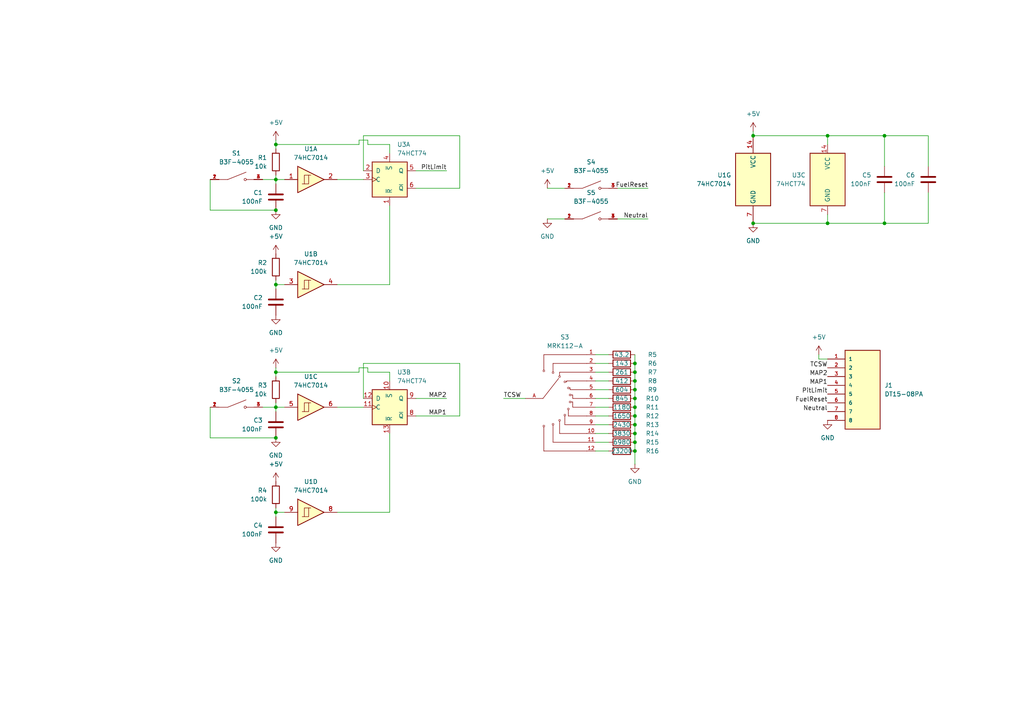
<source format=kicad_sch>
(kicad_sch (version 20250114) (generator "eeschema") (generator_version "9.0")
  (paper "A4")
  (title_block (title "Steering Wheel") (date "2026-02-02") (rev "1.0") (company "Owls Racing"))
  (lib_symbols
    (symbol "74xx:74HC7014"
      (property "Reference" "U" (at 0 1.27 0))
      (property "Value" "74HC7014" (at 0 -1.27 0))
      (symbol "74HC7014_1_1"
        (polyline (pts (xy -3.81 3.81) (xy -3.81 -3.81) (xy 3.81 0) (xy -3.81 3.81)) (stroke (width 0.254)) (fill (type background)))
        (polyline (pts (xy -2.54 -1.27) (xy -0.635 -1.27) (xy -0.635 1.27) (xy 0 1.27)))
        (polyline (pts (xy -1.905 -1.27) (xy -1.905 1.27) (xy -0.635 1.27)))
        (pin input line (at -7.62 0 0) (length 3.81) (name "~") (number "1"))
        (pin output line (at 7.62 0 180) (length 3.81) (name "~") (number "2"))
      )
      (symbol "74HC7014_2_1"
        (polyline (pts (xy -3.81 3.81) (xy -3.81 -3.81) (xy 3.81 0) (xy -3.81 3.81)) (stroke (width 0.254)) (fill (type background)))
        (polyline (pts (xy -2.54 -1.27) (xy -0.635 -1.27) (xy -0.635 1.27) (xy 0 1.27)))
        (polyline (pts (xy -1.905 -1.27) (xy -1.905 1.27) (xy -0.635 1.27)))
        (pin input line (at -7.62 0 0) (length 3.81) (name "~") (number "3"))
        (pin output line (at 7.62 0 180) (length 3.81) (name "~") (number "4"))
      )
      (symbol "74HC7014_3_1"
        (polyline (pts (xy -3.81 3.81) (xy -3.81 -3.81) (xy 3.81 0) (xy -3.81 3.81)) (stroke (width 0.254)) (fill (type background)))
        (polyline (pts (xy -2.54 -1.27) (xy -0.635 -1.27) (xy -0.635 1.27) (xy 0 1.27)))
        (polyline (pts (xy -1.905 -1.27) (xy -1.905 1.27) (xy -0.635 1.27)))
        (pin input line (at -7.62 0 0) (length 3.81) (name "~") (number "5"))
        (pin output line (at 7.62 0 180) (length 3.81) (name "~") (number "6"))
      )
      (symbol "74HC7014_4_1"
        (polyline (pts (xy -3.81 3.81) (xy -3.81 -3.81) (xy 3.81 0) (xy -3.81 3.81)) (stroke (width 0.254)) (fill (type background)))
        (polyline (pts (xy -2.54 -1.27) (xy -0.635 -1.27) (xy -0.635 1.27) (xy 0 1.27)))
        (polyline (pts (xy -1.905 -1.27) (xy -1.905 1.27) (xy -0.635 1.27)))
        (pin input line (at -7.62 0 0) (length 3.81) (name "~") (number "9"))
        (pin output line (at 7.62 0 180) (length 3.81) (name "~") (number "8"))
      )
      (symbol "74HC7014_5_1"
        (polyline (pts (xy -3.81 3.81) (xy -3.81 -3.81) (xy 3.81 0) (xy -3.81 3.81)) (stroke (width 0.254)) (fill (type background)))
        (polyline (pts (xy -2.54 -1.27) (xy -0.635 -1.27) (xy -0.635 1.27) (xy 0 1.27)))
        (polyline (pts (xy -1.905 -1.27) (xy -1.905 1.27) (xy -0.635 1.27)))
        (pin input line (at -7.62 0 0) (length 3.81) (name "~") (number "11"))
        (pin output line (at 7.62 0 180) (length 3.81) (name "~") (number "10"))
      )
      (symbol "74HC7014_6_1"
        (polyline (pts (xy -3.81 3.81) (xy -3.81 -3.81) (xy 3.81 0) (xy -3.81 3.81)) (stroke (width 0.254)) (fill (type background)))
        (polyline (pts (xy -2.54 -1.27) (xy -0.635 -1.27) (xy -0.635 1.27) (xy 0 1.27)))
        (polyline (pts (xy -1.905 -1.27) (xy -1.905 1.27) (xy -0.635 1.27)))
        (pin input line (at -7.62 0 0) (length 3.81) (name "~") (number "13"))
        (pin output line (at 7.62 0 180) (length 3.81) (name "~") (number "12"))
      )
      (symbol "74HC7014_7_1"
        (rectangle (start -5.08 7.62) (end 5.08 -7.62) (stroke (width 0.254)) (fill (type background)))
        (pin power_in line (at 0 12.7 270) (length 5.08) (name "VCC") (number "14"))
        (pin power_in line (at 0 -12.7 90) (length 5.08) (name "GND") (number "7"))
      )
    )
    (symbol "74xx:74HCT74" (pin_names (offset 1.016))
      (property "Reference" "U" (at -7.62 8.89 0))
      (property "Value" "74HCT74" (at -7.62 -8.89 0))
      (symbol "74HCT74_1_0"
        (pin input line (at -7.62 2.54 0) (length 2.54) (name "D") (number "2"))
        (pin input clock (at -7.62 0 0) (length 2.54) (name "C") (number "3"))
        (pin input line (at 0 7.62 270) (length 2.54) (name "~{S}") (number "4"))
        (pin input line (at 0 -7.62 90) (length 2.54) (name "~{R}") (number "1"))
        (pin output line (at 7.62 2.54 180) (length 2.54) (name "Q") (number "5"))
        (pin output line (at 7.62 -2.54 180) (length 2.54) (name "~{Q}") (number "6"))
      )
      (symbol "74HCT74_1_1"
        (rectangle (start -5.08 5.08) (end 5.08 -5.08) (stroke (width 0.254)) (fill (type background)))
      )
      (symbol "74HCT74_2_0"
        (pin input line (at -7.62 2.54 0) (length 2.54) (name "D") (number "12"))
        (pin input clock (at -7.62 0 0) (length 2.54) (name "C") (number "11"))
        (pin input line (at 0 7.62 270) (length 2.54) (name "~{S}") (number "10"))
        (pin input line (at 0 -7.62 90) (length 2.54) (name "~{R}") (number "13"))
        (pin output line (at 7.62 2.54 180) (length 2.54) (name "Q") (number "9"))
        (pin output line (at 7.62 -2.54 180) (length 2.54) (name "~{Q}") (number "8"))
      )
      (symbol "74HCT74_2_1"
        (rectangle (start -5.08 5.08) (end 5.08 -5.08) (stroke (width 0.254)) (fill (type background)))
      )
      (symbol "74HCT74_3_0"
        (pin power_in line (at 0 10.16 270) (length 2.54) (name "VCC") (number "14"))
        (pin power_in line (at 0 -10.16 90) (length 2.54) (name "GND") (number "7"))
      )
      (symbol "74HCT74_3_1"
        (rectangle (start -5.08 7.62) (end 5.08 -7.62) (stroke (width 0.254)) (fill (type background)))
      )
    )
    (symbol "B3F-4055:B3F-4055" (pin_names (offset 1.016))
      (property "Reference" "S" (at -2.54 2.54 0))
      (property "Value" "B3F-4055" (at -2.54 -2.54 0))
      (symbol "B3F-4055_0_0"
        (polyline (pts (xy -2.54 0) (xy -5.08 0)) (stroke (width 0.1524)))
        (polyline (pts (xy -2.54 0) (xy 2.794 2.1336)) (stroke (width 0.1524)))
        (circle (center 2.54 0) (radius 0.3302) (stroke (width 0.1524)))
        (polyline (pts (xy 5.08 0) (xy 2.921 0)) (stroke (width 0.1524)))
        (pin passive line (at -7.62 0 0) (length 2.54) (name "~") (number "1"))
        (pin passive line (at -7.62 0 0) (length 2.54) (name "~") (number "2"))
        (pin passive line (at 7.62 0 180) (length 2.54) (name "~") (number "3"))
        (pin passive line (at 7.62 0 180) (length 2.54) (name "~") (number "4"))
      )
    )
    (symbol "DT15-08PA:DT15-08PA" (pin_names (offset 1.016))
      (property "Reference" "J" (at -5.0843 12.7108 0))
      (property "Value" "DT15-08PA" (at -5.0812 -17.7843 0))
      (symbol "DT15-08PA_0_0"
        (rectangle (start -5.08 -12.7) (end 5.08 10.16) (stroke (width 0.254)) (fill (type background)))
        (pin passive line (at -10.16 7.62 0) (length 5.08) (name "1") (number "1"))
        (pin passive line (at -10.16 5.08 0) (length 5.08) (name "2") (number "2"))
        (pin passive line (at -10.16 2.54 0) (length 5.08) (name "3") (number "3"))
        (pin passive line (at -10.16 0 0) (length 5.08) (name "4") (number "4"))
        (pin passive line (at -10.16 -2.54 0) (length 5.08) (name "5") (number "5"))
        (pin passive line (at -10.16 -5.08 0) (length 5.08) (name "6") (number "6"))
        (pin passive line (at -10.16 -7.62 0) (length 5.08) (name "7") (number "7"))
        (pin passive line (at -10.16 -10.16 0) (length 5.08) (name "8") (number "8"))
      )
    )
    (symbol "Device:C" (pin_numbers (hide yes)) (pin_names (offset 0.254))
      (property "Reference" "C" (at 0.635 2.54 0))
      (property "Value" "C" (at 0.635 -2.54 0))
      (symbol "C_0_1"
        (polyline (pts (xy -2.032 0.762) (xy 2.032 0.762)) (stroke (width 0.508)))
        (polyline (pts (xy -2.032 -0.762) (xy 2.032 -0.762)) (stroke (width 0.508)))
      )
      (symbol "C_1_1"
        (pin passive line (at 0 3.81 270) (length 2.794) (name "~") (number "1"))
        (pin passive line (at 0 -3.81 90) (length 2.794) (name "~") (number "2"))
      )
    )
    (symbol "Device:R" (pin_numbers (hide yes)) (pin_names (offset 0))
      (property "Reference" "R" (at 2.032 0 90))
      (property "Value" "R" (at 0 0 90))
      (symbol "R_0_1"
        (rectangle (start -1.016 -2.54) (end 1.016 2.54) (stroke (width 0.254)))
      )
      (symbol "R_1_1"
        (pin passive line (at 0 3.81 270) (length 1.27) (name "~") (number "1"))
        (pin passive line (at 0 -3.81 90) (length 1.27) (name "~") (number "2"))
      )
    )
    (symbol "MRK112-A:MRK112-A" (pin_names (offset 1.016))
      (property "Reference" "S" (at -7.62 15.24 0))
      (property "Value" "MRK112-A" (at -7.62 -17.78 0))
      (symbol "MRK112-A_0_0"
        (polyline (pts (xy -5.08 0) (xy -0.508 5.842)) (stroke (width 0.1524)))
        (polyline (pts (xy -4.826 12.7) (xy -4.826 8.255)) (stroke (width 0.1524)))
        (circle (center -4.826 8.001) (radius 0.254) (stroke (width 0.127)))
        (circle (center -4.826 -8.001) (radius 0.254) (stroke (width 0.127)))
        (polyline (pts (xy -4.826 -15.24) (xy -4.826 -8.255)) (stroke (width 0.1524)))
        (polyline (pts (xy -2.159 10.16) (xy -2.159 7.747)) (stroke (width 0.1524)))
        (circle (center -2.159 7.493) (radius 0.254) (stroke (width 0.127)))
        (circle (center -2.159 -7.493) (radius 0.254) (stroke (width 0.127)))
        (polyline (pts (xy -2.159 -12.7) (xy -2.159 -7.747)) (stroke (width 0.1524)))
        (polyline (pts (xy -0.254 7.62) (xy -0.254 6.604)) (stroke (width 0.1524)))
        (circle (center -0.254 6.35) (radius 0.254) (stroke (width 0.127)))
        (circle (center -0.254 -6.35) (radius 0.254) (stroke (width 0.127)))
        (polyline (pts (xy -0.254 -10.16) (xy -0.254 -6.604)) (stroke (width 0.1524)))
        (circle (center 1.27 4.826) (radius 0.254) (stroke (width 0.127)))
        (circle (center 1.27 -4.826) (radius 0.254) (stroke (width 0.127)))
        (polyline (pts (xy 1.27 -7.62) (xy 1.27 -5.08)) (stroke (width 0.1524)))
        (polyline (pts (xy 1.778 5.08) (xy 1.778 4.826)) (stroke (width 0.1524)))
        (polyline (pts (xy 1.778 4.826) (xy 1.524 4.826)) (stroke (width 0.1524)))
        (circle (center 2.286 3.048) (radius 0.254) (stroke (width 0.127)))
        (circle (center 2.286 -3.048) (radius 0.254) (stroke (width 0.127)))
        (polyline (pts (xy 2.286 -5.08) (xy 2.286 -3.302)) (stroke (width 0.1524)))
        (polyline (pts (xy 2.794 3.048) (xy 2.54 3.048)) (stroke (width 0.1524)))
        (polyline (pts (xy 2.794 2.54) (xy 2.794 3.048)) (stroke (width 0.1524)))
        (circle (center 2.794 1.016) (radius 0.254) (stroke (width 0.127)))
        (circle (center 2.794 -1.016) (radius 0.254) (stroke (width 0.127)))
        (polyline (pts (xy 3.556 1.016) (xy 3.048 1.016)) (stroke (width 0.1524)))
        (polyline (pts (xy 3.556 0) (xy 3.556 1.016)) (stroke (width 0.1524)))
        (polyline (pts (xy 3.556 -1.016) (xy 3.048 -1.016)) (stroke (width 0.1524)))
        (polyline (pts (xy 3.556 -2.54) (xy 3.556 -1.016)) (stroke (width 0.1524)))
        (polyline (pts (xy 7.62 12.7) (xy -4.826 12.7)) (stroke (width 0.1524)))
        (polyline (pts (xy 7.62 10.16) (xy -2.159 10.16)) (stroke (width 0.1524)))
        (polyline (pts (xy 7.62 7.62) (xy -0.254 7.62)) (stroke (width 0.1524)))
        (polyline (pts (xy 7.62 5.08) (xy 1.778 5.08)) (stroke (width 0.1524)))
        (polyline (pts (xy 7.62 2.54) (xy 2.794 2.54)) (stroke (width 0.1524)))
        (polyline (pts (xy 7.62 0) (xy 3.556 0)) (stroke (width 0.1524)))
        (polyline (pts (xy 7.62 -2.54) (xy 3.556 -2.54)) (stroke (width 0.1524)))
        (polyline (pts (xy 7.62 -5.08) (xy 2.286 -5.08)) (stroke (width 0.1524)))
        (polyline (pts (xy 7.62 -7.62) (xy 1.27 -7.62)) (stroke (width 0.1524)))
        (polyline (pts (xy 7.62 -10.16) (xy -0.254 -10.16)) (stroke (width 0.1524)))
        (polyline (pts (xy 7.62 -12.7) (xy -2.159 -12.7)) (stroke (width 0.1524)))
        (polyline (pts (xy 7.62 -15.24) (xy -4.826 -15.24)) (stroke (width 0.1524)))
        (pin passive line (at -10.16 0 0) (length 5.08) (name "~") (number "A"))
        (pin passive line (at 10.16 12.7 180) (length 2.54) (name "~") (number "1"))
        (pin passive line (at 10.16 10.16 180) (length 2.54) (name "~") (number "2"))
        (pin passive line (at 10.16 7.62 180) (length 2.54) (name "~") (number "3"))
        (pin passive line (at 10.16 5.08 180) (length 2.54) (name "~") (number "4"))
        (pin passive line (at 10.16 2.54 180) (length 2.54) (name "~") (number "5"))
        (pin passive line (at 10.16 0 180) (length 2.54) (name "~") (number "6"))
        (pin passive line (at 10.16 -2.54 180) (length 2.54) (name "~") (number "7"))
        (pin passive line (at 10.16 -5.08 180) (length 2.54) (name "~") (number "8"))
        (pin passive line (at 10.16 -7.62 180) (length 2.54) (name "~") (number "9"))
        (pin passive line (at 10.16 -10.16 180) (length 2.54) (name "~") (number "10"))
        (pin passive line (at 10.16 -12.7 180) (length 2.54) (name "~") (number "11"))
        (pin passive line (at 10.16 -15.24 180) (length 2.54) (name "~") (number "12"))
      )
    )
    (symbol "Mechanical:MountingHole_Pad_MP" (pin_numbers (hide yes)) (pin_names (offset 1.016) (hide yes)) (in_bom no)
      (property "Reference" "H" (at 0 6.35 0))
      (property "Value" "MountingHole_Pad_MP" (at 0 4.445 0))
      (symbol "MountingHole_Pad_MP_0_1"
        (circle (center 0 1.27) (radius 1.27) (stroke (width 1.27)))
      )
      (symbol "MountingHole_Pad_MP_1_1"
        (pin input line (at 0 -2.54 90) (length 2.54) (name "MP") (number "MP"))
      )
    )
    (symbol "power:+5V" (power) (pin_numbers (hide yes)) (pin_names (offset 0) (hide yes))
      (property "Value" "+5V" (at 0 3.556 0))
      (symbol "+5V_0_1"
        (polyline (pts (xy -0.762 1.27) (xy 0 2.54)))
        (polyline (pts (xy 0 2.54) (xy 0.762 1.27)))
        (polyline (pts (xy 0 0) (xy 0 2.54)))
      )
      (symbol "+5V_1_1"
        (pin power_in line (at 0 0 90) (length 0) (name "~") (number "1"))
      )
    )
    (symbol "power:GND" (power) (pin_numbers (hide yes)) (pin_names (offset 0) (hide yes))
      (property "Value" "GND" (at 0 -3.81 0))
      (symbol "GND_0_1"
        (polyline (pts (xy 0 0) (xy 0 -1.27) (xy 1.27 -1.27) (xy 0 -2.54) (xy -1.27 -1.27) (xy 0 -1.27)))
      )
      (symbol "GND_1_1"
        (pin power_in line (at 0 0 270) (length 0) (name "~") (number "1"))
      )
    )
  )
  (junction (at 184.15 110.49))
  (junction (at 240.03 64.77))
  (junction (at 80.01 127))
  (junction (at 184.15 125.73))
  (junction (at 240.03 39.37))
  (junction (at 256.54 64.77))
  (junction (at 184.15 113.03))
  (junction (at 80.01 60.96))
  (junction (at 80.01 107.95))
  (junction (at 80.01 41.91))
  (junction (at 184.15 128.27))
  (junction (at 80.01 82.55))
  (junction (at 184.15 115.57))
  (junction (at 184.15 118.11))
  (junction (at 184.15 105.41))
  (junction (at 184.15 120.65))
  (junction (at 184.15 123.19))
  (junction (at 80.01 148.59))
  (junction (at 256.54 39.37))
  (junction (at 218.44 39.37))
  (junction (at 218.44 64.77))
  (junction (at 184.15 107.95))
  (junction (at 80.01 118.11))
  (junction (at 184.15 130.81))
  (junction (at 80.01 52.07))
  (wire (pts (xy 172.72 113.03) (xy 176.53 113.03)))
  (wire (pts (xy 184.15 120.65) (xy 184.15 123.19)))
  (wire (pts (xy 240.03 64.77) (xy 240.03 62.23)))
  (wire (pts (xy 105.41 105.41) (xy 105.41 115.57)))
  (wire (pts (xy 60.96 127) (xy 80.01 127)))
  (wire (pts (xy 184.15 115.57) (xy 184.15 118.11)))
  (wire (pts (xy 97.79 148.59) (xy 113.03 148.59)))
  (wire (pts (xy 172.72 123.19) (xy 176.53 123.19)))
  (wire (pts (xy 184.15 123.19) (xy 184.15 125.73)))
  (wire (pts (xy 76.2 52.07) (xy 80.01 52.07)))
  (wire (pts (xy 256.54 64.77) (xy 269.24 64.77)))
  (wire (pts (xy 184.15 107.95) (xy 184.15 110.49)))
  (wire (pts (xy 80.01 41.91) (xy 104.14 41.91)))
  (wire (pts (xy 187.96 63.5) (xy 179.07 63.5)))
  (wire (pts (xy 184.15 130.81) (xy 184.15 134.62)))
  (wire (pts (xy 172.72 118.11) (xy 176.53 118.11)))
  (wire (pts (xy 106.68 107.95) (xy 106.68 106.68)))
  (wire (pts (xy 80.01 82.55) (xy 82.55 82.55)))
  (wire (pts (xy 237.49 102.87) (xy 237.49 104.14)))
  (wire (pts (xy 80.01 81.28) (xy 80.01 82.55)))
  (wire (pts (xy 76.2 118.11) (xy 80.01 118.11)))
  (wire (pts (xy 97.79 82.55) (xy 113.03 82.55)))
  (wire (pts (xy 80.01 50.8) (xy 80.01 52.07)))
  (wire (pts (xy 172.72 107.95) (xy 176.53 107.95)))
  (wire (pts (xy 218.44 38.1) (xy 218.44 39.37)))
  (wire (pts (xy 240.03 39.37) (xy 256.54 39.37)))
  (wire (pts (xy 158.75 54.61) (xy 163.83 54.61)))
  (wire (pts (xy 106.68 106.68) (xy 104.14 106.68)))
  (wire (pts (xy 269.24 48.26) (xy 269.24 39.37)))
  (wire (pts (xy 184.15 128.27) (xy 184.15 130.81)))
  (wire (pts (xy 80.01 53.34) (xy 80.01 52.07)))
  (wire (pts (xy 80.01 107.95) (xy 104.14 107.95)))
  (wire (pts (xy 97.79 118.11) (xy 105.41 118.11)))
  (wire (pts (xy 120.65 120.65) (xy 133.35 120.65)))
  (wire (pts (xy 172.72 130.81) (xy 176.53 130.81)))
  (wire (pts (xy 172.72 128.27) (xy 176.53 128.27)))
  (wire (pts (xy 158.75 63.5) (xy 163.83 63.5)))
  (wire (pts (xy 80.01 116.84) (xy 80.01 118.11)))
  (wire (pts (xy 256.54 39.37) (xy 269.24 39.37)))
  (wire (pts (xy 256.54 55.88) (xy 256.54 64.77)))
  (wire (pts (xy 113.03 148.59) (xy 113.03 125.73)))
  (wire (pts (xy 80.01 43.18) (xy 80.01 41.91)))
  (wire (pts (xy 80.01 148.59) (xy 80.01 149.86)))
  (wire (pts (xy 184.15 105.41) (xy 184.15 107.95)))
  (wire (pts (xy 104.14 40.64) (xy 104.14 41.91)))
  (wire (pts (xy 80.01 82.55) (xy 80.01 83.82)))
  (wire (pts (xy 80.01 147.32) (xy 80.01 148.59)))
  (wire (pts (xy 113.03 110.49) (xy 113.03 107.95)))
  (wire (pts (xy 106.68 41.91) (xy 106.68 40.64)))
  (wire (pts (xy 184.15 102.87) (xy 184.15 105.41)))
  (wire (pts (xy 184.15 113.03) (xy 184.15 115.57)))
  (wire (pts (xy 80.01 107.95) (xy 80.01 106.68)))
  (wire (pts (xy 184.15 118.11) (xy 184.15 120.65)))
  (wire (pts (xy 240.03 64.77) (xy 256.54 64.77)))
  (wire (pts (xy 133.35 39.37) (xy 105.41 39.37)))
  (wire (pts (xy 256.54 48.26) (xy 256.54 39.37)))
  (wire (pts (xy 80.01 52.07) (xy 82.55 52.07)))
  (wire (pts (xy 129.54 49.53) (xy 120.65 49.53)))
  (wire (pts (xy 113.03 82.55) (xy 113.03 59.69)))
  (wire (pts (xy 269.24 55.88) (xy 269.24 64.77)))
  (wire (pts (xy 97.79 52.07) (xy 105.41 52.07)))
  (wire (pts (xy 60.96 118.11) (xy 60.96 127)))
  (wire (pts (xy 60.96 60.96) (xy 80.01 60.96)))
  (wire (pts (xy 184.15 110.49) (xy 184.15 113.03)))
  (wire (pts (xy 80.01 41.91) (xy 80.01 40.64)))
  (wire (pts (xy 146.05 115.57) (xy 152.4 115.57)))
  (wire (pts (xy 113.03 41.91) (xy 106.68 41.91)))
  (wire (pts (xy 133.35 105.41) (xy 105.41 105.41)))
  (wire (pts (xy 120.65 54.61) (xy 133.35 54.61)))
  (wire (pts (xy 80.01 119.38) (xy 80.01 118.11)))
  (wire (pts (xy 60.96 52.07) (xy 60.96 60.96)))
  (wire (pts (xy 218.44 64.77) (xy 240.03 64.77)))
  (wire (pts (xy 106.68 40.64) (xy 104.14 40.64)))
  (wire (pts (xy 129.54 115.57) (xy 120.65 115.57)))
  (wire (pts (xy 218.44 39.37) (xy 240.03 39.37)))
  (wire (pts (xy 80.01 148.59) (xy 82.55 148.59)))
  (wire (pts (xy 133.35 120.65) (xy 133.35 105.41)))
  (wire (pts (xy 172.72 120.65) (xy 176.53 120.65)))
  (wire (pts (xy 80.01 109.22) (xy 80.01 107.95)))
  (wire (pts (xy 172.72 125.73) (xy 176.53 125.73)))
  (wire (pts (xy 172.72 105.41) (xy 176.53 105.41)))
  (wire (pts (xy 187.96 54.61) (xy 179.07 54.61)))
  (wire (pts (xy 104.14 106.68) (xy 104.14 107.95)))
  (wire (pts (xy 113.03 107.95) (xy 106.68 107.95)))
  (wire (pts (xy 172.72 115.57) (xy 176.53 115.57)))
  (wire (pts (xy 105.41 39.37) (xy 105.41 49.53)))
  (wire (pts (xy 80.01 118.11) (xy 82.55 118.11)))
  (wire (pts (xy 184.15 125.73) (xy 184.15 128.27)))
  (wire (pts (xy 240.03 39.37) (xy 240.03 41.91)))
  (wire (pts (xy 172.72 102.87) (xy 176.53 102.87)))
  (wire (pts (xy 172.72 110.49) (xy 176.53 110.49)))
  (wire (pts (xy 113.03 44.45) (xy 113.03 41.91)))
  (wire (pts (xy 237.49 104.14) (xy 240.03 104.14)))
  (wire (pts (xy 133.35 54.61) (xy 133.35 39.37)))
  (label "FuelReset" (at 187.96 54.61 180))
  (label "TCSW" (at 240.03 106.68 180))
  (label "PitLimit" (at 240.03 114.3 180))
  (label "PitLimit" (at 129.54 49.53 180))
  (label "Neutral" (at 240.03 119.38 180))
  (label "TCSW" (at 146.05 115.57 0))
  (label "FuelReset" (at 240.03 116.84 180))
  (label "MAP1" (at 240.03 111.76 180))
  (label "MAP2" (at 129.54 115.57 180))
  (label "Neutral" (at 187.96 63.5 180))
  (label "MAP1" (at 129.54 120.65 180))
  (label "MAP2" (at 240.03 109.22 180))
  (symbol (lib_id "74xx:74HC7014") (at 90.17 82.55 0) (unit 2)
    (property "Reference" "U1" (at 90.17 73.66 0))
    (property "Value" "74HC7014" (at 90.17 76.2 0))
    (property "Footprint" "Package_DIP:DIP-14_W7.62mm" (effects (hide yes)))
    (property "Datasheet" "https://assets.nexperia.com/documents/data-sheet/74HC7014.pdf" (effects (hide yes)))
    (property "Description" "Hex non-inverting buffer with precision Schmitt Trigger inputs, SOIC-14" (effects (hide yes)))
    (property "Digikey Part Number" "296-12786-5-ND" (effects (hide yes)))
  )
  (symbol (lib_id "Device:R") (at 180.34 128.27 90) (unit 1)
    (property "Reference" "R15" (at 189.23 128.27 90))
    (property "Value" "6980" (at 180.34 128.27 90))
    (property "Footprint" "Resistor_THT:R_Axial_DIN0207_L6.3mm_D2.5mm_P10.16mm_Horizontal" (effects (hide yes)))
    (property "Description" "Resistor" (effects (hide yes)))
  )
  (symbol (lib_id "Mechanical:MountingHole_Pad_MP") (at 73.66 285.75 0) (unit 1) (in_bom no)
    (property "Reference" "H4" (at 76.2 283.2099 0) (effects (justify left)))
    (property "Value" "MountingHole_Pad_MP" (at 76.2 285.7499 0) (effects (justify left)))
    (property "Footprint" "MountingHole:MountingHole_3.2mm_M3_DIN965_Pad" (effects (hide yes)))
    (property "Description" "Mounting Hole with connection as pad named MP" (effects (hide yes)))
  )
  (symbol (lib_id "power:GND") (at 80.01 157.48 0) (unit 1)
    (property "Reference" "#PWR08" (effects (hide yes)))
    (property "Value" "GND" (at 80.01 162.56 0))
    (property "Description" "Power symbol creates a global label with name \"GND\" , ground" (effects (hide yes)))
  )
  (symbol (lib_id "Mechanical:MountingHole_Pad_MP") (at 73.66 234.95 0) (unit 1) (in_bom no)
    (property "Reference" "H1" (at 76.2 232.4099 0) (effects (justify left)))
    (property "Value" "MountingHole_Pad_MP" (at 76.2 234.9499 0) (effects (justify left)))
    (property "Footprint" "MountingHole:MountingHole_3.2mm_M3_DIN965_Pad" (effects (hide yes)))
    (property "Description" "Mounting Hole with connection as pad named MP" (effects (hide yes)))
  )
  (symbol (lib_id "74xx:74HC7014") (at 90.17 52.07 0) (unit 1)
    (property "Reference" "U1" (at 90.17 43.18 0))
    (property "Value" "74HC7014" (at 90.17 45.72 0))
    (property "Footprint" "Package_DIP:DIP-14_W7.62mm" (effects (hide yes)))
    (property "Datasheet" "https://assets.nexperia.com/documents/data-sheet/74HC7014.pdf" (effects (hide yes)))
    (property "Description" "Hex non-inverting buffer with precision Schmitt Trigger inputs, SOIC-14" (effects (hide yes)))
    (property "Digikey Part Number" "296-12786-5-ND" (effects (hide yes)))
  )
  (symbol (lib_id "Device:R") (at 180.34 130.81 90) (unit 1)
    (property "Reference" "R16" (at 189.23 130.81 90))
    (property "Value" "23200" (at 180.34 130.81 90))
    (property "Footprint" "Resistor_THT:R_Axial_DIN0207_L6.3mm_D2.5mm_P10.16mm_Horizontal" (effects (hide yes)))
    (property "Description" "Resistor" (effects (hide yes)))
  )
  (symbol (lib_id "Device:R") (at 180.34 110.49 90) (unit 1)
    (property "Reference" "R8" (at 189.23 110.49 90))
    (property "Value" "412" (at 180.34 110.49 90))
    (property "Footprint" "Resistor_THT:R_Axial_DIN0207_L6.3mm_D2.5mm_P10.16mm_Horizontal" (effects (hide yes)))
    (property "Description" "Resistor" (effects (hide yes)))
  )
  (symbol (lib_id "power:+5V") (at 80.01 73.66 0) (unit 1)
    (property "Reference" "#PWR03" (effects (hide yes)))
    (property "Value" "+5V" (at 80.01 68.58 0))
    (property "Description" "Power symbol creates a global label with name \"+5V\"" (effects (hide yes)))
  )
  (symbol (lib_id "Device:R") (at 180.34 125.73 90) (unit 1)
    (property "Reference" "R14" (at 189.23 125.73 90))
    (property "Value" "3830" (at 180.34 125.73 90))
    (property "Footprint" "Resistor_THT:R_Axial_DIN0207_L6.3mm_D2.5mm_P10.16mm_Horizontal" (effects (hide yes)))
    (property "Description" "Resistor" (effects (hide yes)))
  )
  (symbol (lib_id "Device:R") (at 80.01 143.51 0) (unit 1)
    (property "Reference" "R4" (at 77.47 142.2399 0) (effects (justify right)))
    (property "Value" "100k" (at 77.47 144.7799 0) (effects (justify right)))
    (property "Footprint" "Resistor_THT:R_Axial_DIN0207_L6.3mm_D2.5mm_P10.16mm_Horizontal" (effects (hide yes)))
    (property "Description" "Resistor" (effects (hide yes)))
  )
  (symbol (lib_id "power:+5V") (at 80.01 40.64 0) (unit 1)
    (property "Reference" "#PWR01" (effects (hide yes)))
    (property "Value" "+5V" (at 80.01 35.56 0))
    (property "Description" "Power symbol creates a global label with name \"+5V\"" (effects (hide yes)))
  )
  (symbol (lib_id "Mechanical:MountingHole_Pad_MP") (at 73.66 251.46 0) (unit 1) (in_bom no)
    (property "Reference" "H2" (at 76.2 248.9199 0) (effects (justify left)))
    (property "Value" "MountingHole_Pad_MP" (at 76.2 251.4599 0) (effects (justify left)))
    (property "Footprint" "MountingHole:MountingHole_3.2mm_M3_DIN965_Pad" (effects (hide yes)))
    (property "Description" "Mounting Hole with connection as pad named MP" (effects (hide yes)))
  )
  (symbol (lib_id "74xx:74HC7014") (at 129.54 246.38 0) (unit 5)
    (property "Reference" "U1" (at 129.54 237.49 0))
    (property "Value" "74HC7014" (at 129.54 240.03 0))
    (property "Footprint" "Package_DIP:DIP-14_W7.62mm" (effects (hide yes)))
    (property "Datasheet" "https://assets.nexperia.com/documents/data-sheet/74HC7014.pdf" (effects (hide yes)))
    (property "Description" "Hex non-inverting buffer with precision Schmitt Trigger inputs, SOIC-14" (effects (hide yes)))
    (property "Digikey Part Number" "296-12786-5-ND" (effects (hide yes)))
  )
  (symbol (lib_id "power:+5V") (at 80.01 139.7 0) (unit 1)
    (property "Reference" "#PWR07" (effects (hide yes)))
    (property "Value" "+5V" (at 80.01 134.62 0))
    (property "Description" "Power symbol creates a global label with name \"+5V\"" (effects (hide yes)))
  )
  (symbol (lib_id "Device:R") (at 180.34 123.19 90) (unit 1)
    (property "Reference" "R13" (at 189.23 123.19 90))
    (property "Value" "2430" (at 180.34 123.19 90))
    (property "Footprint" "Resistor_THT:R_Axial_DIN0207_L6.3mm_D2.5mm_P10.16mm_Horizontal" (effects (hide yes)))
    (property "Description" "Resistor" (effects (hide yes)))
  )
  (symbol (lib_id "B3F-4055:B3F-4055") (at 68.58 118.11 0) (unit 1)
    (property "Reference" "S2" (at 68.58 110.49 0))
    (property "Value" "B3F-4055" (at 68.58 113.03 0))
    (property "Footprint" "Button_Switch_THT:SW_B3F-4055" (effects (hide yes)))
    (property "PARTREV" "A070-E1-08" (effects (hide yes)))
    (property "STANDARD" "Manufacturer Recommendations" (effects (hide yes)))
    (property "MAXIMUM_PACKAGE_HEIGHT" "7.5 mm" (effects (hide yes)))
    (property "MANUFACTURER" "Omron Electronics" (effects (hide yes)))
    (property "Digikey Part Number" "SW414-ND" (effects (hide yes)))
  )
  (symbol (lib_id "74xx:74HC7014") (at 218.44 52.07 0) (mirror y) (unit 7)
    (property "Reference" "U1" (at 212.09 50.7999 0) (effects (justify left)))
    (property "Value" "74HC7014" (at 212.09 53.3399 0) (effects (justify left)))
    (property "Footprint" "Package_DIP:DIP-14_W7.62mm" (effects (hide yes)))
    (property "Datasheet" "https://assets.nexperia.com/documents/data-sheet/74HC7014.pdf" (effects (hide yes)))
    (property "Description" "Hex non-inverting buffer with precision Schmitt Trigger inputs, SOIC-14" (effects (hide yes)))
    (property "Digikey Part Number" "296-12786-5-ND" (effects (hide yes)))
  )
  (symbol (lib_id "power:+5V") (at 237.49 102.87 0) (unit 1)
    (property "Reference" "#PWR012" (effects (hide yes)))
    (property "Value" "+5V" (at 237.49 97.79 0))
    (property "Description" "Power symbol creates a global label with name \"+5V\"" (effects (hide yes)))
  )
  (symbol (lib_id "Device:R") (at 180.34 113.03 90) (unit 1)
    (property "Reference" "R9" (at 189.23 113.03 90))
    (property "Value" "604" (at 180.34 113.03 90))
    (property "Footprint" "Resistor_THT:R_Axial_DIN0207_L6.3mm_D2.5mm_P10.16mm_Horizontal" (effects (hide yes)))
    (property "Description" "Resistor" (effects (hide yes)))
  )
  (symbol (lib_id "74xx:74HCT74") (at 113.03 52.07 0) (unit 1)
    (property "Reference" "U3" (at 115.1733 41.91 0) (effects (justify left)))
    (property "Value" "74HCT74" (at 115.1733 44.45 0) (effects (justify left)))
    (property "Footprint" "Package_DIP:DIP-14_W7.62mm" (effects (hide yes)))
    (property "Datasheet" "https://assets.nexperia.com/documents/data-sheet/74HC_HCT74.pdf" (effects (hide yes)))
    (property "Description" "Dual D Flip-flop, Set & Reset" (effects (hide yes)))
    (property "Digikey Part Number" "296-2132-5-ND" (effects (hide yes)))
  )
  (symbol (lib_id "74xx:74HC7014") (at 90.17 148.59 0) (unit 4)
    (property "Reference" "U1" (at 90.17 139.7 0))
    (property "Value" "74HC7014" (at 90.17 142.24 0))
    (property "Footprint" "Package_DIP:DIP-14_W7.62mm" (effects (hide yes)))
    (property "Datasheet" "https://assets.nexperia.com/documents/data-sheet/74HC7014.pdf" (effects (hide yes)))
    (property "Description" "Hex non-inverting buffer with precision Schmitt Trigger inputs, SOIC-14" (effects (hide yes)))
    (property "Digikey Part Number" "296-12786-5-ND" (effects (hide yes)))
  )
  (symbol (lib_id "DT15-08PA:DT15-08PA") (at 250.19 111.76 0) (unit 1)
    (property "Reference" "J1" (at 256.54 111.7599 0) (effects (justify left)))
    (property "Value" "DT15-08PA" (at 256.54 114.2999 0) (effects (justify left)))
    (property "Footprint" "Connector_DTM:TE_DT15-08PA" (effects (hide yes)))
    (property "MF" "TE Connectivity" (effects (hide yes)))
    (property "DESCRIPTION" "Dt Recp Asm" (effects (hide yes)))
    (property "MPN" "DT15-08PA" (effects (hide yes)))
    (property "STANDARD" "Manufacturer recommendation" (effects (hide yes)))
    (property "PARTREV" "D" (effects (hide yes)))
    (property "AVAILABILITY" "In stock" (effects (hide yes)))
    (property "Digikey Part Number" "1734-1026-ND" (effects (hide yes)))
  )
  (symbol (lib_id "power:GND") (at 218.44 64.77 0) (unit 1)
    (property "Reference" "#PWR013" (effects (hide yes)))
    (property "Value" "GND" (at 218.44 69.85 0))
    (property "Description" "Power symbol creates a global label with name \"GND\" , ground" (effects (hide yes)))
  )
  (symbol (lib_id "Device:C") (at 269.24 52.07 0) (unit 1)
    (property "Reference" "C6" (at 265.43 50.7999 0) (effects (justify right)))
    (property "Value" "100nF" (at 265.43 53.3399 0) (effects (justify right)))
    (property "Footprint" "Capacitor_THT:C_Axial_L3.8mm_D2.6mm_P7.50mm_Horizontal" (effects (hide yes)))
    (property "Description" "Unpolarized capacitor" (effects (hide yes)))
  )
  (symbol (lib_id "power:GND") (at 158.75 63.5 0) (unit 1)
    (property "Reference" "#PWR010" (effects (hide yes)))
    (property "Value" "GND" (at 158.75 68.58 0))
    (property "Description" "Power symbol creates a global label with name \"GND\" , ground" (effects (hide yes)))
  )
  (symbol (lib_id "Device:R") (at 180.34 102.87 90) (unit 1)
    (property "Reference" "R5" (at 189.23 102.87 90))
    (property "Value" "43.2" (at 180.34 102.87 90))
    (property "Footprint" "Resistor_THT:R_Axial_DIN0207_L6.3mm_D2.5mm_P10.16mm_Horizontal" (effects (hide yes)))
    (property "Description" "Resistor" (effects (hide yes)))
  )
  (symbol (lib_id "Device:R") (at 180.34 115.57 90) (unit 1)
    (property "Reference" "R10" (at 189.23 115.57 90))
    (property "Value" "845" (at 180.34 115.57 90))
    (property "Footprint" "Resistor_THT:R_Axial_DIN0207_L6.3mm_D2.5mm_P10.16mm_Horizontal" (effects (hide yes)))
    (property "Description" "Resistor" (effects (hide yes)))
  )
  (symbol (lib_id "Device:C") (at 256.54 52.07 0) (unit 1)
    (property "Reference" "C5" (at 252.73 50.7999 0) (effects (justify right)))
    (property "Value" "100nF" (at 252.73 53.3399 0) (effects (justify right)))
    (property "Footprint" "Capacitor_THT:C_Axial_L3.8mm_D2.6mm_P7.50mm_Horizontal" (effects (hide yes)))
    (property "Description" "Unpolarized capacitor" (effects (hide yes)))
  )
  (symbol (lib_id "power:GND") (at 80.01 127 0) (unit 1)
    (property "Reference" "#PWR06" (effects (hide yes)))
    (property "Value" "GND" (at 80.01 132.08 0))
    (property "Description" "Power symbol creates a global label with name \"GND\" , ground" (effects (hide yes)))
  )
  (symbol (lib_id "power:+5V") (at 218.44 38.1 0) (unit 1)
    (property "Reference" "#PWR014" (effects (hide yes)))
    (property "Value" "+5V" (at 218.44 33.02 0))
    (property "Description" "Power symbol creates a global label with name \"+5V\"" (effects (hide yes)))
  )
  (symbol (lib_id "Device:R") (at 80.01 77.47 0) (unit 1)
    (property "Reference" "R2" (at 77.47 76.1999 0) (effects (justify right)))
    (property "Value" "100k" (at 77.47 78.7399 0) (effects (justify right)))
    (property "Footprint" "Resistor_THT:R_Axial_DIN0207_L6.3mm_D2.5mm_P10.16mm_Horizontal" (effects (hide yes)))
    (property "Description" "Resistor" (effects (hide yes)))
  )
  (symbol (lib_id "Device:C") (at 80.01 123.19 0) (unit 1)
    (property "Reference" "C3" (at 76.2 121.9199 0) (effects (justify right)))
    (property "Value" "100nF" (at 76.2 124.4599 0) (effects (justify right)))
    (property "Footprint" "Capacitor_THT:C_Axial_L3.8mm_D2.6mm_P7.50mm_Horizontal" (effects (hide yes)))
    (property "Description" "Unpolarized capacitor" (effects (hide yes)))
  )
  (symbol (lib_id "Device:R") (at 80.01 113.03 0) (unit 1)
    (property "Reference" "R3" (at 77.47 111.7599 0) (effects (justify right)))
    (property "Value" "10k" (at 77.47 114.2999 0) (effects (justify right)))
    (property "Footprint" "Resistor_THT:R_Axial_DIN0207_L6.3mm_D2.5mm_P10.16mm_Horizontal" (effects (hide yes)))
    (property "Description" "Resistor" (effects (hide yes)))
  )
  (symbol (lib_id "74xx:74HCT74") (at 113.03 118.11 0) (unit 2)
    (property "Reference" "U3" (at 115.1733 107.95 0) (effects (justify left)))
    (property "Value" "74HCT74" (at 115.1733 110.49 0) (effects (justify left)))
    (property "Footprint" "Package_DIP:DIP-14_W7.62mm" (effects (hide yes)))
    (property "Datasheet" "https://assets.nexperia.com/documents/data-sheet/74HC_HCT74.pdf" (effects (hide yes)))
    (property "Description" "Dual D Flip-flop, Set & Reset" (effects (hide yes)))
    (property "Digikey Part Number" "296-2132-5-ND" (effects (hide yes)))
  )
  (symbol (lib_id "power:GND") (at 80.01 60.96 0) (unit 1)
    (property "Reference" "#PWR02" (effects (hide yes)))
    (property "Value" "GND" (at 80.01 66.04 0))
    (property "Description" "Power symbol creates a global label with name \"GND\" , ground" (effects (hide yes)))
  )
  (symbol (lib_id "Device:R") (at 180.34 120.65 90) (unit 1)
    (property "Reference" "R12" (at 189.23 120.65 90))
    (property "Value" "1650" (at 180.34 120.65 90))
    (property "Footprint" "Resistor_THT:R_Axial_DIN0207_L6.3mm_D2.5mm_P10.16mm_Horizontal" (effects (hide yes)))
    (property "Description" "Resistor" (effects (hide yes)))
  )
  (symbol (lib_id "74xx:74HCT74") (at 240.03 52.07 0) (mirror y) (unit 3)
    (property "Reference" "U3" (at 233.68 50.7999 0) (effects (justify left)))
    (property "Value" "74HCT74" (at 233.68 53.3399 0) (effects (justify left)))
    (property "Footprint" "Package_DIP:DIP-14_W7.62mm" (effects (hide yes)))
    (property "Datasheet" "https://assets.nexperia.com/documents/data-sheet/74HC_HCT74.pdf" (effects (hide yes)))
    (property "Description" "Dual D Flip-flop, Set & Reset" (effects (hide yes)))
    (property "Digikey Part Number" "296-2132-5-ND" (effects (hide yes)))
  )
  (symbol (lib_id "B3F-4055:B3F-4055") (at 171.45 63.5 0) (unit 1)
    (property "Reference" "S5" (at 171.45 55.88 0))
    (property "Value" "B3F-4055" (at 171.45 58.42 0))
    (property "Footprint" "Button_Switch_THT:SW_B3F-4055" (effects (hide yes)))
    (property "PARTREV" "A070-E1-08" (effects (hide yes)))
    (property "STANDARD" "Manufacturer Recommendations" (effects (hide yes)))
    (property "MAXIMUM_PACKAGE_HEIGHT" "7.5 mm" (effects (hide yes)))
    (property "MANUFACTURER" "Omron Electronics" (effects (hide yes)))
    (property "Digikey Part Number" "SW414-ND" (effects (hide yes)))
  )
  (symbol (lib_id "power:GND") (at 184.15 134.62 0) (unit 1)
    (property "Reference" "#PWR011" (effects (hide yes)))
    (property "Value" "GND" (at 184.15 139.7 0))
    (property "Description" "Power symbol creates a global label with name \"GND\" , ground" (effects (hide yes)))
  )
  (symbol (lib_id "power:+5V") (at 80.01 106.68 0) (unit 1)
    (property "Reference" "#PWR05" (effects (hide yes)))
    (property "Value" "+5V" (at 80.01 101.6 0))
    (property "Description" "Power symbol creates a global label with name \"+5V\"" (effects (hide yes)))
  )
  (symbol (lib_id "Mechanical:MountingHole_Pad_MP") (at 73.66 269.24 0) (unit 1) (in_bom no)
    (property "Reference" "H3" (at 76.2 266.6999 0) (effects (justify left)))
    (property "Value" "MountingHole_Pad_MP" (at 76.2 269.2399 0) (effects (justify left)))
    (property "Footprint" "MountingHole:MountingHole_3.2mm_M3_DIN965_Pad" (effects (hide yes)))
    (property "Description" "Mounting Hole with connection as pad named MP" (effects (hide yes)))
  )
  (symbol (lib_id "Device:C") (at 80.01 57.15 0) (unit 1)
    (property "Reference" "C1" (at 76.2 55.8799 0) (effects (justify right)))
    (property "Value" "100nF" (at 76.2 58.4199 0) (effects (justify right)))
    (property "Footprint" "Capacitor_THT:C_Axial_L3.8mm_D2.6mm_P7.50mm_Horizontal" (effects (hide yes)))
    (property "Description" "Unpolarized capacitor" (effects (hide yes)))
    (property "Digikey Part Number" "BC2665CT-ND" (effects (hide yes)))
  )
  (symbol (lib_id "B3F-4055:B3F-4055") (at 68.58 52.07 0) (unit 1)
    (property "Reference" "S1" (at 68.58 44.45 0))
    (property "Value" "B3F-4055" (at 68.58 46.99 0))
    (property "Footprint" "Button_Switch_THT:SW_B3F-4055" (effects (hide yes)))
    (property "PARTREV" "A070-E1-08" (effects (hide yes)))
    (property "STANDARD" "Manufacturer Recommendations" (effects (hide yes)))
    (property "MAXIMUM_PACKAGE_HEIGHT" "7.5 mm" (effects (hide yes)))
    (property "MANUFACTURER" "Omron Electronics" (effects (hide yes)))
    (property "Digikey Part Number" "SW414-ND" (effects (hide yes)))
  )
  (symbol (lib_id "74xx:74HC7014") (at 129.54 259.08 0) (unit 6)
    (property "Reference" "U1" (at 129.54 250.19 0))
    (property "Value" "74HC7014" (at 129.54 252.73 0))
    (property "Footprint" "Package_DIP:DIP-14_W7.62mm" (effects (hide yes)))
    (property "Datasheet" "https://assets.nexperia.com/documents/data-sheet/74HC7014.pdf" (effects (hide yes)))
    (property "Description" "Hex non-inverting buffer with precision Schmitt Trigger inputs, SOIC-14" (effects (hide yes)))
    (property "Digikey Part Number" "296-12786-5-ND" (effects (hide yes)))
  )
  (symbol (lib_id "74xx:74HC7014") (at 90.17 118.11 0) (unit 3)
    (property "Reference" "U1" (at 90.17 109.22 0))
    (property "Value" "74HC7014" (at 90.17 111.76 0))
    (property "Footprint" "Package_DIP:DIP-14_W7.62mm" (effects (hide yes)))
    (property "Datasheet" "https://assets.nexperia.com/documents/data-sheet/74HC7014.pdf" (effects (hide yes)))
    (property "Description" "Hex non-inverting buffer with precision Schmitt Trigger inputs, SOIC-14" (effects (hide yes)))
    (property "Digikey Part Number" "296-12786-5-ND" (effects (hide yes)))
  )
  (symbol (lib_id "MRK112-A:MRK112-A") (at 162.56 115.57 0) (unit 1)
    (property "Reference" "S3" (at 163.83 97.79 0))
    (property "Value" "MRK112-A" (at 163.83 100.33 0))
    (property "Footprint" "MRK112_A (3):SW_MRK112-A" (effects (hide yes)))
    (property "PARTREV" "N/A" (effects (hide yes)))
    (property "STANDARD" "Manufacturer Recommendations" (effects (hide yes)))
    (property "MAXIMUM_PACKAGE_HEIGHT" "25.6 mm" (effects (hide yes)))
    (property "MANUFACTURER" "NKK switches" (effects (hide yes)))
    (property "Digikey Part Number" "360-2372-ND" (effects (hide yes)))
  )
  (symbol (lib_id "power:GND") (at 80.01 91.44 0) (unit 1)
    (property "Reference" "#PWR04" (effects (hide yes)))
    (property "Value" "GND" (at 80.01 96.52 0))
    (property "Description" "Power symbol creates a global label with name \"GND\" , ground" (effects (hide yes)))
  )
  (symbol (lib_id "power:GND") (at 240.03 121.92 0) (unit 1)
    (property "Reference" "#PWR015" (effects (hide yes)))
    (property "Value" "GND" (at 240.03 127 0))
    (property "Description" "Power symbol creates a global label with name \"GND\" , ground" (effects (hide yes)))
  )
  (symbol (lib_id "Device:R") (at 180.34 107.95 90) (unit 1)
    (property "Reference" "R7" (at 189.23 107.95 90))
    (property "Value" "261" (at 180.34 107.95 90))
    (property "Footprint" "Resistor_THT:R_Axial_DIN0207_L6.3mm_D2.5mm_P10.16mm_Horizontal" (effects (hide yes)))
    (property "Description" "Resistor" (effects (hide yes)))
  )
  (symbol (lib_id "Device:C") (at 80.01 153.67 0) (unit 1)
    (property "Reference" "C4" (at 76.2 152.3999 0) (effects (justify right)))
    (property "Value" "100nF" (at 76.2 154.9399 0) (effects (justify right)))
    (property "Footprint" "Capacitor_THT:C_Axial_L3.8mm_D2.6mm_P7.50mm_Horizontal" (effects (hide yes)))
    (property "Description" "Unpolarized capacitor" (effects (hide yes)))
  )
  (symbol (lib_id "B3F-4055:B3F-4055") (at 171.45 54.61 0) (unit 1)
    (property "Reference" "S4" (at 171.45 46.99 0))
    (property "Value" "B3F-4055" (at 171.45 49.53 0))
    (property "Footprint" "Button_Switch_THT:SW_B3F-4055" (effects (hide yes)))
    (property "PARTREV" "A070-E1-08" (effects (hide yes)))
    (property "STANDARD" "Manufacturer Recommendations" (effects (hide yes)))
    (property "MAXIMUM_PACKAGE_HEIGHT" "7.5 mm" (effects (hide yes)))
    (property "MANUFACTURER" "Omron Electronics" (effects (hide yes)))
    (property "Digikey Part Number" "SW414-ND" (effects (hide yes)))
  )
  (symbol (lib_id "Device:C") (at 80.01 87.63 0) (unit 1)
    (property "Reference" "C2" (at 76.2 86.3599 0) (effects (justify right)))
    (property "Value" "100nF" (at 76.2 88.8999 0) (effects (justify right)))
    (property "Footprint" "Capacitor_THT:C_Axial_L3.8mm_D2.6mm_P7.50mm_Horizontal" (effects (hide yes)))
    (property "Description" "Unpolarized capacitor" (effects (hide yes)))
  )
  (symbol (lib_id "Device:R") (at 180.34 118.11 90) (unit 1)
    (property "Reference" "R11" (at 189.23 118.11 90))
    (property "Value" "1180" (at 180.34 118.11 90))
    (property "Footprint" "Resistor_THT:R_Axial_DIN0207_L6.3mm_D2.5mm_P10.16mm_Horizontal" (effects (hide yes)))
    (property "Description" "Resistor" (effects (hide yes)))
  )
  (symbol (lib_id "Device:R") (at 180.34 105.41 90) (unit 1)
    (property "Reference" "R6" (at 189.23 105.41 90))
    (property "Value" "143" (at 180.34 105.41 90))
    (property "Footprint" "Resistor_THT:R_Axial_DIN0207_L6.3mm_D2.5mm_P10.16mm_Horizontal" (effects (hide yes)))
    (property "Description" "Resistor" (effects (hide yes)))
  )
  (symbol (lib_id "Device:R") (at 80.01 46.99 0) (unit 1)
    (property "Reference" "R1" (at 77.47 45.7199 0) (effects (justify right)))
    (property "Value" "10k" (at 77.47 48.2599 0) (effects (justify right)))
    (property "Footprint" "Resistor_THT:R_Axial_DIN0207_L6.3mm_D2.5mm_P10.16mm_Horizontal" (effects (hide yes)))
    (property "Description" "Resistor" (effects (hide yes)))
  )
  (symbol (lib_id "power:+5V") (at 158.75 54.61 0) (unit 1)
    (property "Reference" "#PWR09" (effects (hide yes)))
    (property "Value" "+5V" (at 158.75 49.53 0))
    (property "Description" "Power symbol creates a global label with name \"+5V\"" (effects (hide yes)))
  )
)
</source>
